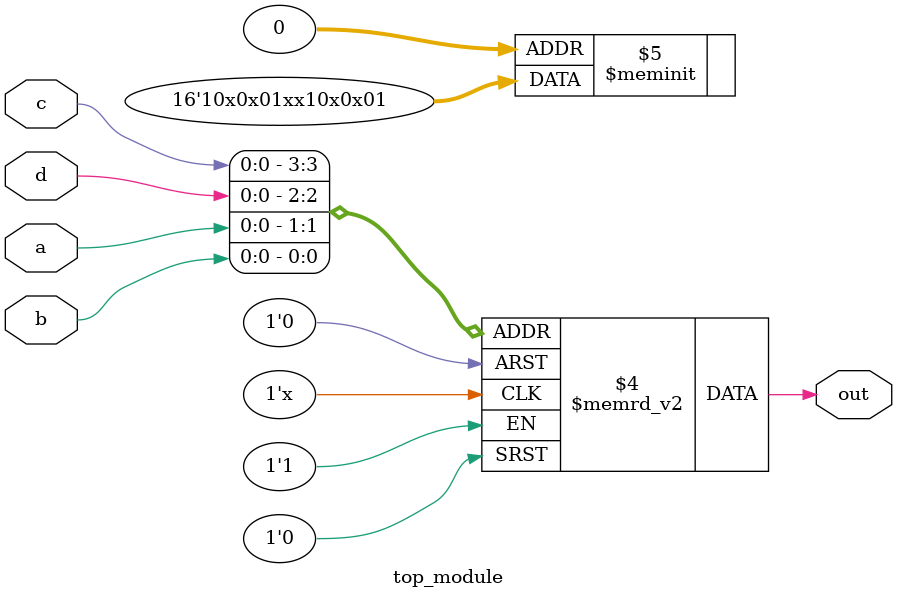
<source format=sv>
module top_module (
    input a, 
    input b,
    input c,
    input d,
    output reg out
);

always @(*) begin
    case ({c, d, a, b})
        4'b0000, 4'b0110, 4'b1001, 4'b1111: out = 1'b1;
        4'b0001, 4'b0011, 4'b0101, 4'b1010, 4'b1100, 4'b1110: out = 1'b0;
        default: out = 1'bx;
    endcase
end

endmodule

</source>
